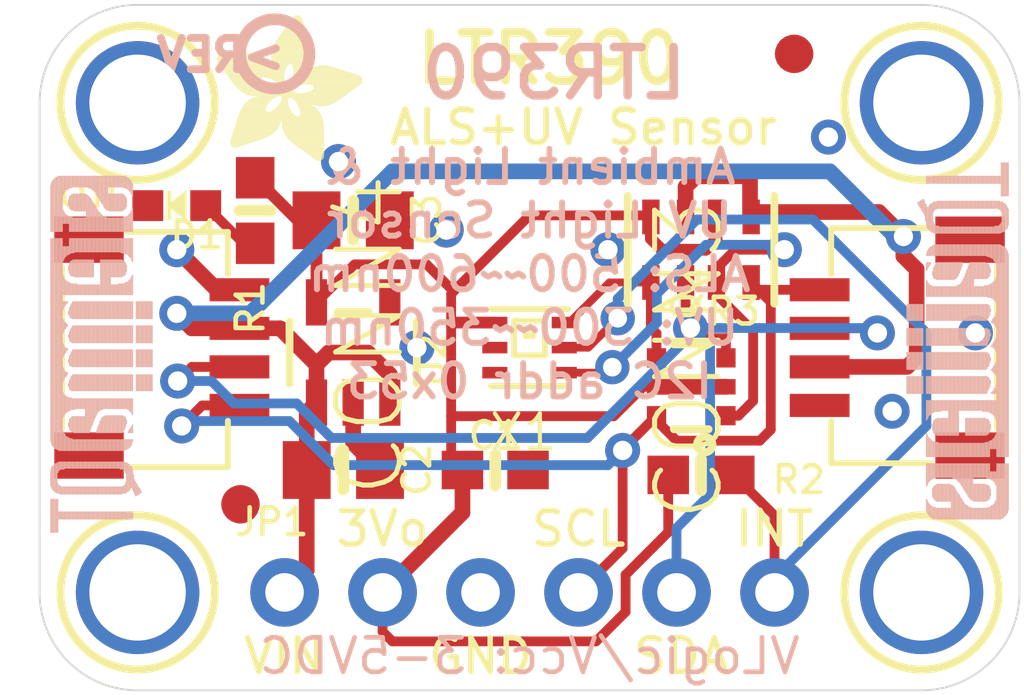
<source format=kicad_pcb>
(kicad_pcb (version 20211014) (generator pcbnew)
  (layers (0 "F.Cu" signal) (31 "B.Cu" signal) (34 "B.Paste" user) (35 "F.Paste" user) (36 "B.SilkS" user "B.Silkscreen") (37 "F.SilkS" user "F.Silkscreen") (38 "B.Mask" user) (39 "F.Mask" user) (44 "Edge.Cuts" user))
  (net 0 "")
  (net 1 "GND")
  (net 2 "SDA")
  (net 3 "SCL")
  (net 4 "SCL_3V")
  (net 5 "SDA_3V")
  (net 6 "3.3V")
  (net 7 "INT")
  (net 8 "VCC")
  (net 9 "N$1")
  (footprint "boardEagle:ADAFRUIT_3.5MM" (layer "F.Cu") (at 140.3731 100.1776)
    (fp_text reference "U$22" hide)
    (fp_text value "" hide)
  )
  (footprint "boardEagle:LTR390" (layer "F.Cu") (at 148.5011 105.0036)
    (fp_text reference "X1" (at -1.1 2.2) (layer "F.SilkS") (effects (font (size 0.90871 0.90871) (thickness 0.10729)) (justify left)))
    (fp_text value "LTR390")
    (pad "1" smd rect (at -0.9 -0.65 90) (size 0.3 0.65) (layers "F.Cu" "F.Paste" "F.Mask") (net 6 "3.3V"))
    (pad "2" smd rect (at -0.9 0 90) (size 0.3 0.65) (layers "F.Cu" "F.Paste" "F.Mask"))
    (pad "3" smd rect (at -0.9 0.65 90) (size 0.3 0.65) (layers "F.Cu" "F.Paste" "F.Mask") (net 1 "GND"))
    (pad "4" smd rect (at 0.9 0.65 90) (size 0.3 0.65) (layers "F.Cu" "F.Paste" "F.Mask") (net 4 "SCL_3V"))
    (pad "5" smd rect (at 0.9 0 90) (size 0.3 0.65) (layers "F.Cu" "F.Paste" "F.Mask") (net 7 "INT"))
    (pad "6" smd rect (at 0.9 -0.65 90) (size 0.3 0.65) (layers "F.Cu" "F.Paste" "F.Mask") (net 5 "SDA_3V"))
  )
  (footprint "boardEagle:0603-NO" (layer "F.Cu") (at 147.6121 108.1786)
    (fp_text reference "C1" (at -0.762 -0.889) (layer "F.SilkS") (effects (font (size 0.692831 0.692831) (thickness 0.119969)) (justify left)))
    (fp_text value "0.1uF")
    (pad "1" smd rect (at -0.85 0) (size 1.075 1) (layers "F.Cu" "F.Paste" "F.Mask") (net 6 "3.3V"))
    (pad "2" smd rect (at 0.85 0) (size 1.075 1) (layers "F.Cu" "F.Paste" "F.Mask") (net 1 "GND"))
  )
  (footprint "boardEagle:MOUNTINGHOLE_2.5_PLATED" (layer "F.Cu") (at 138.3411 98.6536)
    (fp_text reference "U$1" hide)
    (fp_text value "MOUNTINGHOLE2.5" hide)
    (pad "P$1" thru_hole circle (at 0 0) (size 3.2 3.2) (drill 2.5) (layers *.Cu *.Mask))
  )
  (footprint "boardEagle:0805-NO" (layer "F.Cu") (at 143.9291 101.7016)
    (fp_text reference "C3" (at 1.905 -0.762 90) (layer "F.SilkS") (effects (font (size 0.692831 0.692831) (thickness 0.119969)) (justify right)))
    (fp_text value "10uF")
    (pad "1" smd rect (at -0.95 0) (size 1.24 1.5) (layers "F.Cu" "F.Paste" "F.Mask") (net 6 "3.3V"))
    (pad "2" smd rect (at 0.95 0) (size 1.24 1.5) (layers "F.Cu" "F.Paste" "F.Mask") (net 1 "GND"))
  )
  (footprint "boardEagle:0603-NO" (layer "F.Cu") (at 141.3891 101.4476 -90)
    (fp_text reference "R1" (at 1.778 0.127 90) (layer "F.SilkS") (effects (font (size 0.692831 0.692831) (thickness 0.119969)) (justify right)))
    (fp_text value "10K")
    (pad "1" smd rect (at -0.85 0 270) (size 1.075 1) (layers "F.Cu" "F.Paste" "F.Mask") (net 6 "3.3V"))
    (pad "2" smd rect (at 0.85 0 270) (size 1.075 1) (layers "F.Cu" "F.Paste" "F.Mask") (net 9 "N$1"))
  )
  (footprint "boardEagle:MOUNTINGHOLE_2.5_PLATED" (layer "F.Cu") (at 158.6611 111.3536)
    (fp_text reference "U$21" hide)
    (fp_text value "MOUNTINGHOLE2.5" hide)
    (pad "P$1" thru_hole circle (at 0 0) (size 3.2 3.2) (drill 2.5) (layers *.Cu *.Mask))
  )
  (footprint "boardEagle:MOUNTINGHOLE_2.5_PLATED" (layer "F.Cu") (at 158.6611 98.6536)
    (fp_text reference "U$17" hide)
    (fp_text value "MOUNTINGHOLE2.5" hide)
    (pad "P$1" thru_hole circle (at 0 0) (size 3.2 3.2) (drill 2.5) (layers *.Cu *.Mask))
  )
  (footprint "boardEagle:JST_SH4" (layer "F.Cu") (at 158.5341 105.0036 90)
    (fp_text reference "CONN3" (at -4.6 -5.9 90) (layer "F.SilkS") (effects (font (size 1.647139 1.647139) (thickness 0.130861)) (justify left)))
    (fp_text value "STEMMA_I2C_QT" hide)
    (pad "1" smd rect (at -1.5 -2.514 180) (size 1.55 0.6) (layers "F.Cu" "F.Paste" "F.Mask") (net 1 "GND"))
    (pad "2" smd rect (at -0.5 -2.514 180) (size 1.55 0.6) (layers "F.Cu" "F.Paste" "F.Mask") (net 8 "VCC"))
    (pad "3" smd rect (at 0.5 -2.514 180) (size 1.55 0.6) (layers "F.Cu" "F.Paste" "F.Mask") (net 2 "SDA"))
    (pad "4" smd rect (at 1.5 -2.514 180) (size 1.55 0.6) (layers "F.Cu" "F.Paste" "F.Mask") (net 3 "SCL"))
    (pad "MT1" smd rect (at -2.8 1.386 180) (size 1.8 1.2) (layers "F.Cu" "F.Paste" "F.Mask") (net 1 "GND"))
    (pad "MT2" smd rect (at 2.8 1.386 180) (size 1.8 1.2) (layers "F.Cu" "F.Paste" "F.Mask") (net 1 "GND"))
  )
  (footprint "boardEagle:FIDUCIAL_1MM" (layer "F.Cu") (at 155.3591 97.3836)
    (fp_text reference "FID4" hide)
    (fp_text value "FIDUCIAL_1MM" hide)
    (pad "1" smd roundrect (at 0 0) (size 1 1) (layers "F.Cu" "F.Mask") (roundrect_rratio 0.5))
  )
  (footprint "boardEagle:SOT363" (layer "F.Cu") (at 152.6921 106.0196 90)
    (fp_text reference "Q2" (at 1.651 -0.127 90) (layer "F.SilkS") (effects (font (size 0.692831 0.692831) (thickness 0.119969)) (justify left)))
    (fp_text value "BSS138")
    (pad "1" smd rect (at -0.75 0.9 90) (size 0.5 0.5) (layers "F.Cu" "F.Paste" "F.Mask") (net 4 "SCL_3V"))
    (pad "2" smd rect (at 0 0.9 90) (size 0.4 0.5) (layers "F.Cu" "F.Paste" "F.Mask") (net 6 "3.3V"))
    (pad "3" smd rect (at 0.75 0.9 90) (size 0.5 0.5) (layers "F.Cu" "F.Paste" "F.Mask") (net 2 "SDA"))
    (pad "4" smd rect (at 0.75 -0.9 90) (size 0.5 0.5) (layers "F.Cu" "F.Paste" "F.Mask") (net 5 "SDA_3V"))
    (pad "5" smd rect (at 0 -0.9 90) (size 0.4 0.5) (layers "F.Cu" "F.Paste" "F.Mask") (net 6 "3.3V"))
    (pad "6" smd rect (at -0.75 -0.9 90) (size 0.5 0.5) (layers "F.Cu" "F.Paste" "F.Mask") (net 3 "SCL"))
  )
  (footprint "boardEagle:0603-NO" (layer "F.Cu") (at 152.9461 108.3056)
    (fp_text reference "R2" (at 1.778 0.127) (layer "F.SilkS") (effects (font (size 0.692831 0.692831) (thickness 0.119969)) (justify left)))
    (fp_text value "10K")
    (pad "1" smd rect (at -0.85 0) (size 1.075 1) (layers "F.Cu" "F.Paste" "F.Mask") (net 6 "3.3V"))
    (pad "2" smd rect (at 0.85 0) (size 1.075 1) (layers "F.Cu" "F.Paste" "F.Mask") (net 7 "INT"))
  )
  (footprint "boardEagle:SOT23-5" (layer "F.Cu") (at 143.9291 105.1306)
    (fp_text reference "U2" (at 2.032 -0.562 90) (layer "F.SilkS") (effects (font (size 0.692831 0.692831) (thickness 0.119969)) (justify right)))
    (fp_text value "AP2112K-3.3")
    (pad "1" smd rect (at -0.95 1.3001) (size 0.55 1.2) (layers "F.Cu" "F.Paste" "F.Mask") (net 8 "VCC"))
    (pad "2" smd rect (at 0 1.3001) (size 0.55 1.2) (layers "F.Cu" "F.Paste" "F.Mask") (net 1 "GND"))
    (pad "3" smd rect (at 0.95 1.3001) (size 0.55 1.2) (layers "F.Cu" "F.Paste" "F.Mask") (net 8 "VCC"))
    (pad "4" smd rect (at 0.95 -1.3001) (size 0.55 1.2) (layers "F.Cu" "F.Paste" "F.Mask"))
    (pad "5" smd rect (at -0.95 -1.3001) (size 0.55 1.2) (layers "F.Cu" "F.Paste" "F.Mask") (net 6 "3.3V"))
  )
  (footprint "boardEagle:FIDUCIAL_1MM" (layer "F.Cu") (at 141.0081 109.0676)
    (fp_text reference "FID3" hide)
    (fp_text value "FIDUCIAL_1MM" hide)
    (pad "1" smd roundrect (at 0 0) (size 1 1) (layers "F.Cu" "F.Mask") (roundrect_rratio 0.5))
  )
  (footprint "boardEagle:RESPACK_4X0603" (layer "F.Cu") (at 152.9461 102.4636 180)
    (fp_text reference "R3" (at -1.6 -1.6) (layer "F.SilkS") (effects (font (size 0.692831 0.692831) (thickness 0.119969)) (justify right)))
    (fp_text value "10K")
    (pad "1" smd rect (at -1.3 0.85 180) (size 0.45 0.9) (layers "F.Cu" "F.Paste" "F.Mask") (net 8 "VCC"))
    (pad "2" smd rect (at -0.4 0.85 180) (size 0.45 0.9) (layers "F.Cu" "F.Paste" "F.Mask") (net 6 "3.3V"))
    (pad "3" smd rect (at 0.4 0.85 180) (size 0.45 0.9) (layers "F.Cu" "F.Paste" "F.Mask") (net 8 "VCC"))
    (pad "4" smd rect (at 1.3 0.85 180) (size 0.45 0.9) (layers "F.Cu" "F.Paste" "F.Mask") (net 6 "3.3V"))
    (pad "5" smd rect (at 1.3 -0.85 180) (size 0.45 0.9) (layers "F.Cu" "F.Paste" "F.Mask") (net 5 "SDA_3V"))
    (pad "6" smd rect (at 0.4 -0.85 180) (size 0.45 0.9) (layers "F.Cu" "F.Paste" "F.Mask") (net 2 "SDA"))
    (pad "7" smd rect (at -0.4 -0.85 180) (size 0.45 0.9) (layers "F.Cu" "F.Paste" "F.Mask") (net 4 "SCL_3V"))
    (pad "8" smd rect (at -1.3 -0.85 180) (size 0.45 0.9) (layers "F.Cu" "F.Paste" "F.Mask") (net 3 "SCL"))
  )
  (footprint "boardEagle:0805-NO" (layer "F.Cu") (at 143.6751 108.1786)
    (fp_text reference "C2" (at 1.905 -0.762 90) (layer "F.SilkS") (effects (font (size 0.692831 0.692831) (thickness 0.119969)) (justify right)))
    (fp_text value "10uF")
    (pad "1" smd rect (at -0.95 0) (size 1.24 1.5) (layers "F.Cu" "F.Paste" "F.Mask") (net 8 "VCC"))
    (pad "2" smd rect (at 0.95 0) (size 1.24 1.5) (layers "F.Cu" "F.Paste" "F.Mask") (net 1 "GND"))
  )
  (footprint "boardEagle:JST_SH4" (layer "F.Cu") (at 138.4681 105.0036 -90)
    (fp_text reference "CONN4" (at -4.6 -5.9 90) (layer "F.SilkS") (effects (font (size 1.647139 1.647139) (thickness 0.130861)) (justify right)))
    (fp_text value "STEMMA_I2C_QT" hide)
    (pad "1" smd rect (at -1.5 -2.514) (size 1.55 0.6) (layers "F.Cu" "F.Paste" "F.Mask") (net 1 "GND"))
    (pad "2" smd rect (at -0.5 -2.514) (size 1.55 0.6) (layers "F.Cu" "F.Paste" "F.Mask") (net 8 "VCC"))
    (pad "3" smd rect (at 0.5 -2.514) (size 1.55 0.6) (layers "F.Cu" "F.Paste" "F.Mask") (net 2 "SDA"))
    (pad "4" smd rect (at 1.5 -2.514) (size 1.55 0.6) (layers "F.Cu" "F.Paste" "F.Mask") (net 3 "SCL"))
    (pad "MT1" smd rect (at -2.8 1.386) (size 1.8 1.2) (layers "F.Cu" "F.Paste" "F.Mask") (net 1 "GND"))
    (pad "MT2" smd rect (at 2.8 1.386) (size 1.8 1.2) (layers "F.Cu" "F.Paste" "F.Mask") (net 1 "GND"))
  )
  (footprint "boardEagle:1X06_ROUND_70" (layer "F.Cu") (at 148.5011 111.3536)
    (fp_text reference "JP1" (at -7.6962 -1.8288) (layer "F.SilkS") (effects (font (size 0.692831 0.692831) (thickness 0.119969)) (justify left)))
    (fp_text value "")
    (pad "1" thru_hole circle (at -6.35 0 90) (size 1.778 1.778) (drill 1) (layers *.Cu *.Mask) (net 8 "VCC"))
    (pad "2" thru_hole circle (at -3.81 0 90) (size 1.778 1.778) (drill 1) (layers *.Cu *.Mask) (net 6 "3.3V"))
    (pad "3" thru_hole circle (at -1.27 0 90) (size 1.778 1.778) (drill 1) (layers *.Cu *.Mask) (net 1 "GND"))
    (pad "4" thru_hole circle (at 1.27 0 90) (size 1.778 1.778) (drill 1) (layers *.Cu *.Mask) (net 3 "SCL"))
    (pad "5" thru_hole circle (at 3.81 0 90) (size 1.778 1.778) (drill 1) (layers *.Cu *.Mask) (net 2 "SDA"))
    (pad "6" thru_hole circle (at 6.35 0 90) (size 1.778 1.778) (drill 1) (layers *.Cu *.Mask) (net 7 "INT"))
  )
  (footprint "boardEagle:MOUNTINGHOLE_2.5_PLATED" (layer "F.Cu") (at 138.3411 111.3536)
    (fp_text reference "U$19" hide)
    (fp_text value "MOUNTINGHOLE2.5" hide)
    (pad "P$1" thru_hole circle (at 0 0) (size 3.2 3.2) (drill 2.5) (layers *.Cu *.Mask))
  )
  (footprint "boardEagle:CHIPLED_0603_NOOUTLINE" (layer "F.Cu") (at 139.3571 101.3206 90)
    (fp_text reference "D1" (at -0.762 1.27) (layer "F.SilkS") (effects (font (size 0.692831 0.692831) (thickness 0.119969)) (justify right)))
    (fp_text value "GREEN")
    (pad "A" smd rect (at 0 0.75 90) (size 0.8 0.8) (layers "F.Cu" "F.Paste" "F.Mask") (net 9 "N$1"))
    (pad "C" smd rect (at 0 -0.75 90) (size 0.8 0.8) (layers "F.Cu" "F.Paste" "F.Mask") (net 1 "GND"))
  )
  (footprint "boardEagle:STEMMAQT" (layer "B.Cu") (at 138.7221 100.5586 -90)
    (fp_text reference "U$31" hide)
    (fp_text value "" hide)
  )
  (footprint "boardEagle:STEMMAQT" (layer "B.Cu") (at 158.2801 109.4486 90)
    (fp_text reference "U$30" hide)
    (fp_text value "" hide)
  )
  (footprint "boardEagle:PCBFEAT-REV-040" (layer "B.Cu") (at 141.8971 97.3836 180)
    (fp_text reference "U$25" hide)
    (fp_text value "" hide)
    (fp_text user ">REV" (at -0.3556 -0.508) (layer "B.SilkS") (effects (font (size 0.8128 0.8128) (thickness 0.2032)) (justify left bottom mirror)))
  )
  (gr_arc (start 138.3411 113.8936) (mid 136.545049 113.149651) (end 135.8011 111.3536) (layer "Edge.Cuts") (width 0.05))
  (gr_line (start 138.3411 113.8936) (end 158.6611 113.8936) (layer "Edge.Cuts") (width 0.05))
  (gr_arc (start 161.2011 111.3536) (mid 160.457151 113.149651) (end 158.6611 113.8936) (layer "Edge.Cuts") (width 0.05))
  (gr_arc (start 135.8011 98.6536) (mid 136.545049 96.857549) (end 138.3411 96.1136) (layer "Edge.Cuts") (width 0.05))
  (gr_line (start 158.6611 96.1136) (end 138.3411 96.1136) (layer "Edge.Cuts") (width 0.05))
  (gr_line (start 161.2011 111.3536) (end 161.2011 98.6536) (layer "Edge.Cuts") (width 0.05))
  (gr_arc (start 158.6611 96.1136) (mid 160.457151 96.857549) (end 161.2011 98.6536) (layer "Edge.Cuts") (width 0.05))
  (gr_line (start 135.8011 98.6536) (end 135.8011 111.3536) (layer "Edge.Cuts") (width 0.05))
  (gr_text "LTR390" (at 149.1361 97.8916) (layer "B.SilkS") (effects (font (size 1.25222 1.25222) (thickness 0.22098)) (justify mirror)))
  (gr_text "Ambient Light &\nUV Light Sensor\nALS: 500~~600nm\nUV: 300~~350nm\nI2C addr 0x53" (at 148.5011 103.0986) (layer "B.SilkS") (effects (font (size 0.8636 0.8636) (thickness 0.1524)) (justify mirror)))
  (gr_text "VLogic/Vcc: 3-5VDC" (at 148.5011 113.0046) (layer "B.SilkS") (effects (font (size 0.89408 0.89408) (thickness 0.12192)) (justify mirror)))
  (gr_text "ALS+UV Sensor" (at 149.8981 99.2886) (layer "F.SilkS") (effects (font (size 0.8636 0.8636) (thickness 0.1524))))
  (gr_text "INT" (at 154.8511 109.7026) (layer "F.SilkS") (effects (font (size 0.87376 0.87376) (thickness 0.14224))))
  (gr_text "GND" (at 147.2311 113.0046) (layer "F.SilkS") (effects (font (size 0.87376 0.87376) (thickness 0.14224))))
  (gr_text "on" (at 136.1821 101.4476) (layer "F.SilkS") (effects (font (size 0.89408 0.89408) (thickness 0.12192)) (justify left bottom)))
  (gr_text "VIN" (at 142.1511 113.0046) (layer "F.SilkS") (effects (font (size 0.87376 0.87376) (thickness 0.14224))))
  (gr_text "3Vo" (at 144.6911 109.7026) (layer "F.SilkS") (effects (font (size 0.87376 0.87376) (thickness 0.14224))))
  (gr_text "SCL" (at 149.7711 109.7026) (layer "F.SilkS") (effects (font (size 0.87376 0.87376) (thickness 0.14224))))
  (gr_text "SDA" (at 152.4381 113.0046) (layer "F.SilkS") (effects (font (size 0.87376 0.87376) (thickness 0.14224))))
  (gr_text "LTR390" (at 149.0091 97.5106) (layer "F.SilkS") (effects (font (size 1.25222 1.25222) (thickness 0.22098))))
  (segment (start 140.9821 103.5036) (end 140.3971 103.5036) (width 0.4064) (layer "F.Cu") (net 1))
  (segment (start 143.9291 106.4307) (end 143.9291 107.4826) (width 0.4064) (layer "F.Cu") (net 1))
  (segment (start 144.6251 108.1786) (end 143.9291 107.4826) (width 0.4064) (layer "F.Cu") (net 1))
  (segment (start 140.3971 103.5036) (end 139.3571 102.4636) (width 0.4064) (layer "F.Cu") (net 1))
  (via (at 156.2481 99.5426) (size 0.9064) (drill 0.5) (layers "F.Cu" "B.Cu") (net 1))
  (via (at 145.5801 105.0036) (size 0.9064) (drill 0.5) (layers "F.Cu" "B.Cu") (net 1))
  (via (at 146.3421 101.9556) (size 0.9064) (drill 0.5) (layers "F.Cu" "B.Cu") (net 1))
  (via (at 157.8991 106.6546) (size 0.9064) (drill 0.5) (layers "F.Cu" "B.Cu") (net 1))
  (via (at 150.5331 102.4636) (size 0.9064) (drill 0.5) (layers "F.Cu" "B.Cu") (net 1))
  (via (at 160.0581 104.6226) (size 0.9064) (drill 0.5) (layers "F.Cu" "B.Cu") (net 1))
  (via (at 139.3571 102.4636) (size 0.9064) (drill 0.5) (layers "F.Cu" "B.Cu") (net 1))
  (via (at 143.5481 100.1776) (size 0.9064) (drill 0.5) (layers "F.Cu" "B.Cu") (net 1))
  (segment (start 152.6731 104.3296) (end 152.5461 104.2026) (width 0.254) (layer "F.Cu") (net 2))
  (segment (start 157.3991 104.5036) (end 157.5181 104.6226) (width 0.254) (layer "F.Cu") (net 2))
  (segment (start 153.5921 104.7616) (end 152.6731 104.7616) (width 0.254) (layer "F.Cu") (net 2))
  (segment (start 152.6731 104.4956) (end 152.6731 104.7616) (width 0.254) (layer "F.Cu") (net 2))
  (segment (start 140.9821 105.5036) (end 139.7461 105.5036) (width 0.254) (layer "F.Cu") (net 2))
  (segment (start 156.0201 104.5036) (end 157.3991 104.5036) (width 0.254) (layer "F.Cu") (net 2))
  (segment (start 153.5921 104.7616) (end 153.5921 105.2696) (width 0.254) (layer "F.Cu") (net 2))
  (segment (start 139.7461 105.5036) (end 139.379706 105.869994) (width 0.254) (layer "F.Cu") (net 2))
  (segment (start 152.5461 103.3136) (end 152.5461 104.2026) (width 0.254) (layer "F.Cu") (net 2))
  (segment (start 152.6731 104.3296) (end 152.6731 104.4956) (width 0.254) (layer "F.Cu") (net 2))
  (via (at 152.6731 104.4956) (size 0.9064) (drill 0.5) (layers "F.Cu" "B.Cu") (net 2))
  (via (at 157.5181 104.6226) (size 0.9064) (drill 0.5) (layers "F.Cu" "B.Cu") (net 2))
  (via (at 139.379706 105.869994) (size 0.9064) (drill 0.5) (layers "F.Cu" "B.Cu") (net 2))
  (segment (start 140.258237 105.869994) (end 140.839643 106.4514) (width 0.254) (layer "B.Cu") (net 2))
  (segment (start 157.5181 104.6226) (end 157.3911 104.4956) (width 0.254) (layer "B.Cu") (net 2))
  (segment (start 153.1811 105.0036) (end 152.6731 104.4956) (width 0.254) (layer "B.Cu") (net 2))
  (segment (start 143.36339 107.34731) (end 150.00249 107.34731) (width 0.254) (layer "B.Cu") (net 2))
  (segment (start 152.3111 109.6836) (end 153.1811 108.8136) (width 0.254) (layer "B.Cu") (net 2))
  (segment (start 142.467481 106.4514) (end 143.36339 107.34731) (width 0.254) (layer "B.Cu") (net 2))
  (segment (start 153.1811 108.8136) (end 153.1811 105.0036) (width 0.254) (layer "B.Cu") (net 2))
  (segment (start 152.7486 104.6012) (end 152.6731 104.6012) (width 0.254) (layer "B.Cu") (net 2))
  (segment (start 157.3911 104.4956) (end 152.6731 104.4956) (width 0.254) (layer "B.Cu") (net 2))
  (segment (start 152.3111 109.6836) (end 152.3111 111.3536) (width 0.254) (layer "B.Cu") (net 2))
  (segment (start 140.839643 106.4514) (end 142.467481 106.4514) (width 0.254) (layer "B.Cu") (net 2))
  (segment (start 139.379706 105.869994) (end 140.258237 105.869994) (width 0.254) (layer "B.Cu") (net 2))
  (segment (start 152.6731 104.4956) (end 152.6731 104.6012) (width 0.254) (layer "B.Cu") (net 2))
  (segment (start 150.00249 107.34731) (end 152.7486 104.6012) (width 0.254) (layer "B.Cu") (net 2))
  (segment (start 154.7541 107.1326) (end 154.4701 107.4166) (width 0.254) (layer "F.Cu") (net 3))
  (segment (start 140.9821 106.5036) (end 140.0161 106.5036) (width 0.254) (layer "F.Cu") (net 3))
  (segment (start 154.2461 103.3136) (end 154.7541 103.8216) (width 0.254) (layer "F.Cu") (net 3))
  (segment (start 151.7916 106.8971) (end 151.7916 106.7701) (width 0.254) (layer "F.Cu") (net 3))
  (segment (start 154.4701 107.4166) (end 152.3111 107.4166) (width 0.254) (layer "F.Cu") (net 3))
  (segment (start 150.9141 107.6706) (end 150.9141 107.6476) (width 0.254) (layer "F.Cu") (net 3))
  (segment (start 156.0201 103.5036) (end 154.4361 103.5036) (width 0.254) (layer "F.Cu") (net 3))
  (segment (start 140.0161 106.5036) (end 139.4841 107.0356) (width 0.254) (layer "F.Cu") (net 3))
  (segment (start 154.7541 103.8216) (end 154.7541 107.1326) (width 0.254) (layer "F.Cu") (net 3))
  (segment (start 150.9141 110.2106) (end 149.7711 111.3536) (width 0.254) (layer "F.Cu") (net 3))
  (segment (start 152.3111 107.4166) (end 151.7916 106.8971) (width 0.254) (layer "F.Cu") (net 3))
  (segment (start 154.4361 103.5036) (end 154.2461 103.3136) (width 0.254) (layer "F.Cu") (net 3))
  (segment (start 150.9141 107.6706) (end 150.9141 110.2106) (width 0.254) (layer "F.Cu") (net 3))
  (segment (start 151.7921 106.7696) (end 151.7916 106.7701) (width 0.254) (layer "F.Cu") (net 3))
  (segment (start 151.7921 106.7696) (end 150.9141 107.6476) (width 0.254) (layer "F.Cu") (net 3))
  (via (at 139.4841 107.0356) (size 0.9064) (drill 0.5) (layers "F.Cu" "B.Cu") (net 3))
  (via (at 150.9141 107.6706) (size 0.9064) (drill 0.5) (layers "F.Cu" "B.Cu") (net 3))
  (segment (start 139.4841 107.0356) (end 139.6111 106.9086) (width 0.254) (layer "B.Cu") (net 3))
  (segment (start 150.5331 108.0516) (end 143.4211 108.0516) (width 0.254) (layer "B.Cu") (net 3))
  (segment (start 143.4211 108.0516) (end 142.2781 106.9086) (width 0.254) (layer "B.Cu") (net 3))
  (segment (start 150.5331 108.0516) (end 150.9141 107.6706) (width 0.254) (layer "B.Cu") (net 3))
  (segment (start 142.2781 106.9086) (end 139.6111 106.9086) (width 0.254) (layer "B.Cu") (net 3))
  (segment (start 153.3461 103.3136) (end 153.3461 102.9526) (width 0.254) (layer "F.Cu") (net 4))
  (segment (start 153.3461 102.9526) (end 153.8351 102.4636) (width 0.254) (layer "F.Cu") (net 4))
  (segment (start 154.2969 106.3886) (end 153.9159 106.7696) (width 0.254) (layer "F.Cu") (net 4))
  (segment (start 150.5331 105.6259) (end 150.6474 105.5116) (width 0.254) (layer "F.Cu") (net 4))
  (segment (start 154.2969 104.5764) (end 154.2969 106.3886) (width 0.254) (layer "F.Cu") (net 4))
  (segment (start 153.3461 103.3136) (end 153.3461 103.6256) (width 0.254) (layer "F.Cu") (net 4))
  (segment (start 153.3461 103.6256) (end 154.2969 104.5764) (width 0.254) (layer "F.Cu") (net 4))
  (segment (start 153.5921 106.7696) (end 153.9159 106.7696) (width 0.254) (layer "F.Cu") (net 4))
  (segment (start 150.5331 105.6259) (end 150.5331 105.6536) (width 0.254) (layer "F.Cu") (net 4))
  (segment (start 153.8351 102.4636) (end 155.1051 102.4636) (width 0.254) (layer "F.Cu") (net 4))
  (segment (start 149.4011 105.6536) (end 150.5331 105.6536) (width 0.2032) (layer "F.Cu") (net 4))
  (via (at 155.1051 102.4636) (size 0.9064) (drill 0.5) (layers "F.Cu" "B.Cu") (net 4))
  (via (at 150.6474 105.5116) (size 0.889) (drill 0.4826) (layers "F.Cu" "B.Cu") (net 4))
  (segment (start 154.9781 102.3366) (end 153.0731 102.3366) (width 0.254) (layer "B.Cu") (net 4))
  (segment (start 151.8031 103.6066) (end 151.8031 104.3559) (width 0.254) (layer "B.Cu") (net 4))
  (segment (start 153.0731 102.3366) (end 151.8031 103.6066) (width 0.254) (layer "B.Cu") (net 4))
  (segment (start 154.9781 102.3366) (end 155.1051 102.4636) (width 0.254) (layer "B.Cu") (net 4))
  (segment (start 150.6474 105.5116) (end 151.8031 104.3559) (width 0.254) (layer "B.Cu") (net 4))
  (segment (start 149.5321 104.3536) (end 149.4011 104.3536) (width 0.2032) (layer "F.Cu") (net 5))
  (segment (start 151.7921 105.2696) (end 151.7921 104.6346) (width 0.254) (layer "F.Cu") (net 5))
  (segment (start 150.5721 103.3136) (end 149.5321 104.3536) (width 0.2032) (layer "F.Cu") (net 5))
  (segment (start 151.6461 103.3136) (end 150.5721 103.3136) (width 0.2032) (layer "F.Cu") (net 5))
  (segment (start 151.6461 104.4886) (end 151.6461 103.3136) (width 0.254) (layer "F.Cu") (net 5))
  (segment (start 151.7921 104.6346) (end 151.6461 104.4886) (width 0.254) (layer "F.Cu") (net 5))
  (segment (start 151.7921 106.0196) (end 153.5921 106.0196) (width 0.4064) (layer "F.Cu") (net 6))
  (segment (start 151.9301 102.4636) (end 151.6461 102.1796) (width 0.3048) (layer "F.Cu") (net 6))
  (segment (start 143.965 102.8446) (end 145.8341 102.8446) (width 0.254) (layer "F.Cu") (net 6))
  (segment (start 142.4931 101.7016) (end 142.9791 101.7016) (width 0.3048) (layer "F.Cu") (net 6))
  (segment (start 153.3461 102.1906) (end 153.0731 102.4636) (width 0.3048) (layer "F.Cu") (net 6))
  (segment (start 150.9903 111.858613) (end 150.225312 112.6236) (width 0.254) (layer "F.Cu") (net 6))
  (segment (start 151.448125 106.0196) (end 150.686125 106.7816) (width 0.254) (layer "F.Cu") (net 6))
  (segment (start 146.4691 107.8856) (end 146.4691 106.7816) (width 0.254) (layer "F.Cu") (net 6))
  (segment (start 146.4691 103.6066) (end 146.5326 103.5431) (width 0.254) (layer "F.Cu") (net 6))
  (segment (start 150.225312 112.6236) (end 144.9451 112.6236) (width 0.254) (layer "F.Cu") (net 6))
  (segment (start 146.5326 103.5431) (end 148.5011 101.5746) (width 0.254) (layer "F.Cu") (net 6))
  (segment (start 153.3461 101.6136) (end 153.3461 102.1906) (width 0.3048) (layer "F.Cu") (net 6))
  (segment (start 142.9791 101.7016) (end 142.9791 103.8305) (width 0.3048) (layer "F.Cu") (net 6))
  (segment (start 146.4841 104.3536) (end 146.4691 104.3686) (width 0.3048) (layer "F.Cu") (net 6))
  (segment (start 151.6071 101.5746) (end 151.6461 101.6136) (width 0.254) (layer "F.Cu") (net 6))
  (segment (start 144.9451 112.6236) (end 144.6911 112.3696) (width 0.254) (layer "F.Cu") (net 6))
  (segment (start 141.3891 100.5976) (end 142.4931 101.7016) (width 0.3048) (layer "F.Cu") (net 6))
  (segment (start 148.5011 101.5746) (end 151.6071 101.5746) (width 0.254) (layer "F.Cu") (net 6))
  (segment (start 152.0961 109.7906) (end 150.9903 110.8964) (width 0.254) (layer "F.Cu") (net 6))
  (segment (start 151.7921 106.0196) (end 151.448125 106.0196) (width 0.254) (layer "F.Cu") (net 6))
  (segment (start 147.6011 104.3536) (end 146.4841 104.3536) (width 0.3048) (layer "F.Cu") (net 6))
  (segment (start 146.7621 109.2826) (end 144.6911 111.3536) (width 0.4064) (layer "F.Cu") (net 6))
  (segment (start 153.0731 102.4636) (end 151.9301 102.4636) (width 0.3048) (layer "F.Cu") (net 6))
  (segment (start 146.4691 106.7816) (end 146.4691 104.3686) (width 0.254) (layer "F.Cu") (net 6))
  (segment (start 151.6461 102.1796) (end 151.6461 101.6136) (width 0.3048) (layer "F.Cu") (net 6))
  (segment (start 146.7621 108.1786) (end 146.4691 107.8856) (width 0.254) (layer "F.Cu") (net 6))
  (segment (start 146.4691 103.6066) (end 146.4691 104.3686) (width 0.254) (layer "F.Cu") (net 6))
  (segment (start 145.8341 102.8446) (end 146.5326 103.5431) (width 0.254) (layer "F.Cu") (net 6))
  (segment (start 152.0961 108.3056) (end 152.0961 109.7906) (width 0.254) (layer "F.Cu") (net 6))
  (segment (start 150.686125 106.7816) (end 146.4691 106.7816) (width 0.254) (layer "F.Cu") (net 6))
  (segment (start 144.6911 112.3696) (end 144.6911 111.3536) (width 0.254) (layer "F.Cu") (net 6))
  (segment (start 142.9791 103.8305) (end 143.965 102.8446) (width 0.254) (layer "F.Cu") (net 6))
  (segment (start 150.9903 110.8964) (end 150.9903 111.858613) (width 0.254) (layer "F.Cu") (net 6))
  (segment (start 146.7621 108.1786) (end 146.7621 109.2826) (width 0.4064) (layer "F.Cu") (net 6))
  (segment (start 149.4011 105.0036) (end 150.0251 105.0036) (width 0.2032) (layer "F.Cu") (net 7))
  (segment (start 150.0251 105.0036) (end 150.7871 104.2416) (width 0.2032) (layer "F.Cu") (net 7))
  (segment (start 154.8511 109.3606) (end 154.8511 111.3536) (width 0.254) (layer "F.Cu") (net 7))
  (segment (start 153.7961 108.3056) (end 154.8511 109.3606) (width 0.254) (layer "F.Cu") (net 7))
  (via (at 150.7871 104.2416) (size 0.889) (drill 0.4826) (layers "F.Cu" "B.Cu") (net 7))
  (segment (start 152.8405 101.6802) (end 155.8457 101.6802) (width 0.254) (layer "B.Cu") (net 7))
  (segment (start 158.7881 104.6226) (end 158.7881 107.0356) (width 0.254) (layer "B.Cu") (net 7))
  (segment (start 155.8457 101.6802) (end 158.7881 104.6226) (width 0.254) (layer "B.Cu") (net 7))
  (segment (start 152.8405 101.6802) (end 150.7871 103.7336) (width 0.254) (layer "B.Cu") (net 7))
  (segment (start 150.7871 104.2416) (end 150.7871 103.7336) (width 0.254) (layer "B.Cu") (net 7))
  (segment (start 154.8511 110.9726) (end 154.8511 111.3536) (width 0.254) (layer "B.Cu") (net 7))
  (segment (start 158.7881 107.0356) (end 154.8511 110.9726) (width 0.254) (layer "B.Cu") (net 7))
  (segment (start 142.9791 106.4307) (end 142.7251 106.6847) (width 0.4064) (layer "F.Cu") (net 8))
  (segment (start 142.7251 108.1786) (end 142.7251 110.7796) (width 0.4064) (layer "F.Cu") (net 8))
  (segment (start 144.8791 105.699597) (end 144.8791 106.4307) (width 0.4064) (layer "F.Cu") (net 8))
  (segment (start 158.1921 102.1216) (end 157.5571 101.4866) (width 0.4064) (layer "F.Cu") (net 8))
  (segment (start 140.9821 104.5036) (end 139.7461 104.5036) (width 0.4064) (layer "F.Cu") (net 8))
  (segment (start 154.2461 101.6136) (end 154.3731 101.4866) (width 0.4064) (layer "F.Cu") (net 8))
  (segment (start 156.0201 105.5036) (end 158.2881 105.5036) (width 0.4064) (layer "F.Cu") (net 8))
  (segment (start 152.5461 101.6136) (end 152.5461 100.8316) (width 0.4064) (layer "F.Cu") (net 8))
  (segment (start 140.9821 104.5036) (end 142.0371 104.5036) (width 0.4064) (layer "F.Cu") (net 8))
  (segment (start 152.5461 100.8316) (end 152.8191 100.5586) (width 0.4064) (layer "F.Cu") (net 8))
  (segment (start 158.2881 105.5036) (end 158.5341 105.2576) (width 0.4064) (layer "F.Cu") (net 8))
  (segment (start 154.2161 101.5836) (end 154.2461 101.6136) (width 0.4064) (layer "F.Cu") (net 8))
  (segment (start 142.0371 104.5036) (end 142.9791 105.4456) (width 0.4064) (layer "F.Cu") (net 8))
  (segment (start 158.5341 102.9716) (end 158.1921 102.6296) (width 0.4064) (layer "F.Cu") (net 8))
  (segment (start 142.7251 106.6847) (end 142.7251 108.1786) (width 0.4064) (layer "F.Cu") (net 8))
  (segment (start 154.2161 100.5586) (end 154.2161 101.5836) (width 0.4064) (layer "F.Cu") (net 8))
  (segment (start 139.7461 104.5036) (end 139.3571 104.1146) (width 0.4064) (layer "F.Cu") (net 8))
  (segment (start 158.5341 105.2576) (end 158.5341 102.9716) (width 0.4064) (layer "F.Cu") (net 8))
  (segment (start 158.1921 102.6296) (end 158.1921 102.1216) (width 0.4064) (layer "F.Cu") (net 8))
  (segment (start 142.9791 105.4456) (end 143.2941 105.1306) (width 0.4064) (layer "F.Cu") (net 8))
  (segment (start 157.5571 101.4866) (end 154.3731 101.4866) (width 0.4064) (layer "F.Cu") (net 8))
  (segment (start 144.310103 105.1306) (end 144.8791 105.699597) (width 0.4064) (layer "F.Cu") (net 8))
  (segment (start 142.1511 111.3536) (end 142.7251 110.7796) (width 0.4064) (layer "F.Cu") (net 8))
  (segment (start 143.2941 105.1306) (end 144.310103 105.1306) (width 0.4064) (layer "F.Cu") (net 8))
  (segment (start 152.8191 100.5586) (end 154.2161 100.5586) (width 0.4064) (layer "F.Cu") (net 8))
  (segment (start 142.9791 105.4456) (end 142.9791 106.4307) (width 0.4064) (layer "F.Cu") (net 8))
  (via (at 158.1921 102.1216) (size 0.9064) (drill 0.5) (layers "F.Cu" "B.Cu") (net 8))
  (via (at 139.3571 104.1146) (size 0.9064) (drill 0.5) (layers "F.Cu" "B.Cu") (net 8))
  (segment (start 156.2871 100.4316) (end 144.9451 100.4316) (width 0.4064) (layer "B.Cu") (net 8))
  (segment (start 158.1921 102.1216) (end 157.9771 102.1216) (width 0.4064) (layer "B.Cu") (net 8))
  (segment (start 157.9771 102.1216) (end 156.2871 100.4316) (width 0.4064) (layer "B.Cu") (net 8))
  (segment (start 139.3571 104.1146) (end 141.2621 104.1146) (width 0.4064) (layer "B.Cu") (net 8))
  (segment (start 144.9451 100.4316) (end 141.2621 104.1146) (width 0.4064) (layer "B.Cu") (net 8))
  (segment (start 141.0841 102.2976) (end 141.3891 102.2976) (width 0.254) (layer "F.Cu") (net 9))
  (segment (start 140.1071 101.3206) (end 141.0841 102.2976) (width 0.254) (layer "F.Cu") (net 9))
)
</source>
